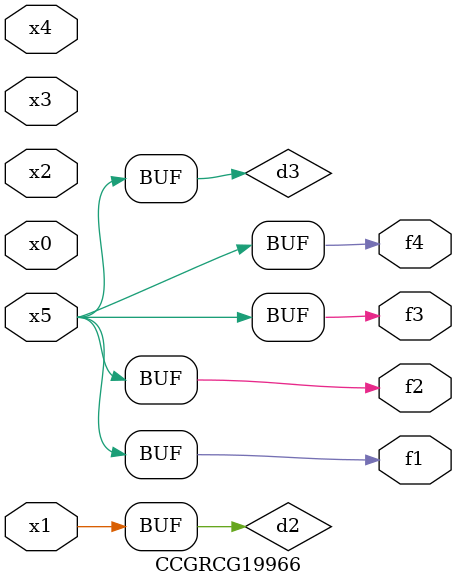
<source format=v>
module CCGRCG19966(
	input x0, x1, x2, x3, x4, x5,
	output f1, f2, f3, f4
);

	wire d1, d2, d3;

	not (d1, x5);
	or (d2, x1);
	xnor (d3, d1);
	assign f1 = d3;
	assign f2 = d3;
	assign f3 = d3;
	assign f4 = d3;
endmodule

</source>
